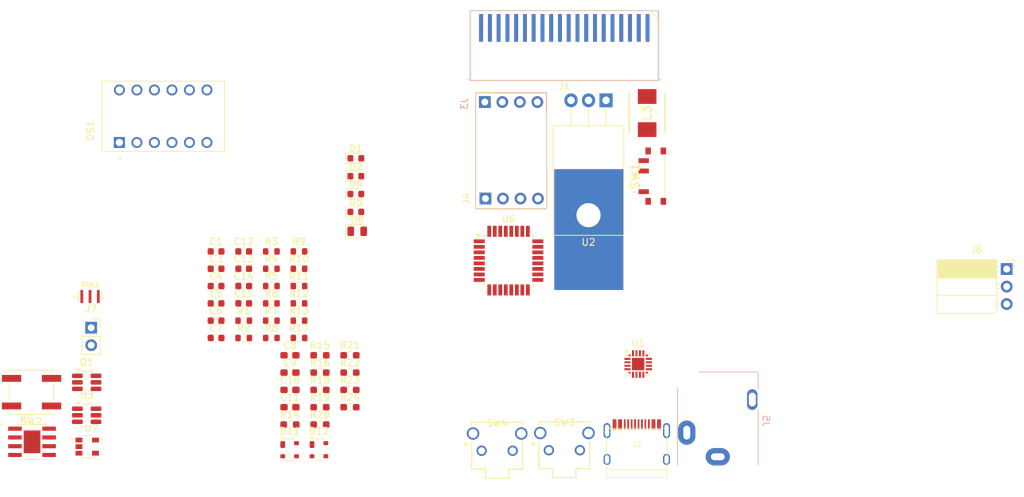
<source format=kicad_pcb>
(kicad_pcb (version 20240108) (generator "pcbnew") (generator_version "8.0")
  (layers (0 "F.Cu" signal) (31 "B.Cu" signal) (34 "B.Paste" user) (35 "F.Paste" user) (36 "B.SilkS" user "B.Silkscreen") (37 "F.SilkS" user "F.Silkscreen") (38 "B.Mask" user) (39 "F.Mask" user) (44 "Edge.Cuts" user))
  (net 0 "")
  (net 1 "GND")
  (net 2 "+3.3V")
  (net 3 "Net-(J6-Pin_3)")
  (net 4 "Net-(U3-VCC)")
  (net 5 "VCON  3.3v Jumper 2")
  (net 6 "Net-(J2-SHIELD)")
  (net 7 "Net-(D1-A)")
  (net 8 "+5V-Bat")
  (net 9 "Net-(U6-AREF)")
  (net 10 "+5V-Batt")
  (net 11 "Net-(U2-IN)")
  (net 12 "Net-(U2-OUT)")
  (net 13 "Net-(D1-K)")
  (net 14 "Net-(D2-K)")
  (net 15 "Net-(D4-A)")
  (net 16 "Net-(D4-K)")
  (net 17 "Net-(D5-A)")
  (net 18 "Net-(D5-K)")
  (net 19 "Net-(D6-K)")
  (net 20 "VBUS")
  (net 21 "USB-C-D+")
  (net 22 "USB-C-D-")
  (net 23 "Net-(U6-PD7)")
  (net 25 "Net-(J2-CC2)")
  (net 26 "Net-(J2-CC1)")
  (net 28 "Net-(J7-Pin_2)")
  (net 29 "VCON 5v Jumper 1")
  (net 30 "Header 3")
  (net 33 "VCON  3.3v Jumper 1")
  (net 34 "URAT-RX")
  (net 35 "+5V")
  (net 36 "Header 1")
  (net 38 "URAT-TX")
  (net 39 "Header 2")
  (net 43 "Net-(U7-LX)")
  (net 44 "Net-(U3-OD)")
  (net 46 "Net-(U3-OC)")
  (net 47 "Net-(U3-CS)")
  (net 48 "Net-(U5-PROG)")
  (net 49 "Net-(U5-~{CHRG})")
  (net 50 "Net-(U5-~{STDBY})")
  (net 51 "Net-(U1-TXD)")
  (net 52 "Net-(U1-RXD)")
  (net 53 "RST")
  (net 54 "+5V Bat")
  (net 55 "Net-(U6-PD0)")
  (net 56 "Net-(U6-PD1)")
  (net 57 "Net-(U6-PB5)")
  (net 58 "V-Sense")
  (net 59 "UI 2")
  (net 60 "UI 1")
  (net 61 "Net-(U1-~{RSTb})")
  (net 62 "Net-(SW1-A)")
  (net 65 "Net-(U6-PB6)")
  (net 66 "Net-(U6-PB7)")
  (net 67 "DATA-DIS")
  (net 68 "CE-DIS")
  (net 70 "CLK-DIS")
  (net 72 "BLANK-DIS")
  (net 73 "RS-DIS")
  (net 82 "I2C SCL")
  (net 84 "I2C SDA")
  (footprint "Package_TO_SOT_SMD:SOT-143" (layer "F.Cu") (at 173.4 126.925)
    (property "Reference" "D11" (at 0.02 -2.7 0) (layer "F.SilkS"))
    (property "Value" "SP0503BAHT")
    (pad "1" smd roundrect (at -1 -0.75) (size 0.7 1) (layers "F.Cu" "F.Paste" "F.Mask") (net 1 "GND"))
    (pad "2" smd roundrect (at -1 0.95) (size 0.7 0.6) (layers "F.Cu" "F.Paste" "F.Mask") (net 20 "VBUS"))
    (pad "3" smd roundrect (at 1 0.95) (size 0.7 0.6) (layers "F.Cu" "F.Paste" "F.Mask") (net 21 "USB-C-D+"))
    (pad "4" smd roundrect (at 1 -0.95) (size 0.7 0.6) (layers "F.Cu" "F.Paste" "F.Mask") (net 22 "USB-C-D-"))
  )
  (footprint "Package_QFP:TQFP-32_7x7mm_P0.8mm" (layer "F.Cu") (at 205.15 99.5)
    (property "Reference" "U6" (at 0 -6.05 0) (layer "F.SilkS"))
    (property "Value" "ATMEGA328P-AU")
    (pad "1" smd rect (at -4.25 -2.8) (size 1.6 0.55) (layers "F.Cu" "F.Paste" "F.Mask") (net 73 "RS-DIS"))
    (pad "2" smd rect (at -4.25 -2) (size 1.6 0.55) (layers "F.Cu" "F.Paste" "F.Mask") (net 70 "CLK-DIS"))
    (pad "3" smd rect (at -4.25 -1.2) (size 1.6 0.55) (layers "F.Cu" "F.Paste" "F.Mask") (net 1 "GND"))
    (pad "4" smd rect (at -4.25 -0.4) (size 1.6 0.55) (layers "F.Cu" "F.Paste" "F.Mask") (net 8 "+5V-Bat"))
    (pad "5" smd rect (at -4.25 0.4) (size 1.6 0.55) (layers "F.Cu" "F.Paste" "F.Mask") (net 1 "GND"))
    (pad "6" smd rect (at -4.25 1.2) (size 1.6 0.55) (layers "F.Cu" "F.Paste" "F.Mask") (net 8 "+5V-Bat"))
    (pad "7" smd rect (at -4.25 2) (size 1.6 0.55) (layers "F.Cu" "F.Paste" "F.Mask") (net 65 "Net-(U6-PB6)"))
    (pad "8" smd rect (at -4.25 2.8) (size 1.6 0.55) (layers "F.Cu" "F.Paste" "F.Mask") (net 66 "Net-(U6-PB7)"))
    (pad "9" smd rect (at -2.8 4.25 90) (size 1.6 0.55) (layers "F.Cu" "F.Paste" "F.Mask") (net 68 "CE-DIS"))
    (pad "10" smd rect (at -2 4.25 90) (size 1.6 0.55) (layers "F.Cu" "F.Paste" "F.Mask") (net 72 "BLANK-DIS"))
    (pad "11" smd rect (at -1.2 4.25 90) (size 1.6 0.55) (layers "F.Cu" "F.Paste" "F.Mask") (net 23 "Net-(U6-PD7)"))
    (pad "12" smd rect (at -0.4 4.25 90) (size 1.6 0.55) (layers "F.Cu" "F.Paste" "F.Mask") (net 30 "Header 3"))
    (pad "13" smd rect (at 0.4 4.25 90) (size 1.6 0.55) (layers "F.Cu" "F.Paste" "F.Mask") (net 39 "Header 2"))
    (pad "14" smd rect (at 1.2 4.25 90) (size 1.6 0.55) (layers "F.Cu" "F.Paste" "F.Mask") (net 36 "Header 1"))
    (pad "15" smd rect (at 2 4.25 90) (size 1.6 0.55) (layers "F.Cu" "F.Paste" "F.Mask") (net 59 "UI 2"))
    (pad "16" smd rect (at 2.8 4.25 90) (size 1.6 0.55) (layers "F.Cu" "F.Paste" "F.Mask") (net 60 "UI 1"))
    (pad "17" smd rect (at 4.25 2.8) (size 1.6 0.55) (layers "F.Cu" "F.Paste" "F.Mask") (net 57 "Net-(U6-PB5)"))
    (pad "18" smd rect (at 4.25 2) (size 1.6 0.55) (layers "F.Cu" "F.Paste" "F.Mask") (net 8 "+5V-Bat"))
    (pad "19" smd rect (at 4.25 1.2) (size 1.6 0.55) (layers "F.Cu" "F.Paste" "F.Mask"))
    (pad "20" smd rect (at 4.25 0.4) (size 1.6 0.55) (layers "F.Cu" "F.Paste" "F.Mask") (net 9 "Net-(U6-AREF)"))
    (pad "21" smd rect (at 4.25 -0.4) (size 1.6 0.55) (layers "F.Cu" "F.Paste" "F.Mask") (net 1 "GND"))
    (pad "22" smd rect (at 4.25 -1.2) (size 1.6 0.55) (layers "F.Cu" "F.Paste" "F.Mask"))
    (pad "23" smd rect (at 4.25 -2) (size 1.6 0.55) (layers "F.Cu" "F.Paste" "F.Mask") (net 58 "V-Sense"))
    (pad "24" smd rect (at 4.25 -2.8) (size 1.6 0.55) (layers "F.Cu" "F.Paste" "F.Mask"))
    (pad "25" smd rect (at 2.8 -4.25 90) (size 1.6 0.55) (layers "F.Cu" "F.Paste" "F.Mask"))
    (pad "26" smd rect (at 2 -4.25 90) (size 1.6 0.55) (layers "F.Cu" "F.Paste" "F.Mask"))
    (pad "27" smd rect (at 1.2 -4.25 90) (size 1.6 0.55) (layers "F.Cu" "F.Paste" "F.Mask") (net 84 "I2C SDA"))
    (pad "28" smd rect (at 0.4 -4.25 90) (size 1.6 0.55) (layers "F.Cu" "F.Paste" "F.Mask") (net 82 "I2C SCL"))
    (pad "29" smd rect (at -0.4 -4.25 90) (size 1.6 0.55) (layers "F.Cu" "F.Paste" "F.Mask") (net 53 "RST"))
    (pad "30" smd rect (at -1.2 -4.25 90) (size 1.6 0.55) (layers "F.Cu" "F.Paste" "F.Mask") (net 55 "Net-(U6-PD0)"))
    (pad "31" smd rect (at -2 -4.25 90) (size 1.6 0.55) (layers "F.Cu" "F.Paste" "F.Mask") (net 56 "Net-(U6-PD1)"))
    (pad "32" smd rect (at -2.8 -4.25 90) (size 1.6 0.55) (layers "F.Cu" "F.Paste" "F.Mask") (net 67 "DATA-DIS"))
  )
  (footprint "LED_SMD:LED_0805_2012Metric" (layer "F.Cu") (at 183.2 95.245)
    (property "Reference" "D6" (at 0 -1.65 0) (layer "F.SilkS"))
    (property "Value" "Yellow LED")
    (pad "1" smd roundrect (at -0.9375 0) (size 0.975 1.4) (layers "F.Cu" "F.Paste" "F.Mask") (net 19 "Net-(D6-K)"))
    (pad "2" smd roundrect (at 0.9375 0) (size 0.975 1.4) (layers "F.Cu" "F.Paste" "F.Mask") (net 1 "GND"))
  )
  (footprint "Resistor_SMD:R_0603_1608Metric_Pad0.98x0.95mm_HandSolder" (layer "F.Cu") (at 173.45 123.27)
    (property "Reference" "R14" (at 0 -1.43 0) (layer "F.SilkS"))
    (property "Value" "10k")
    (pad "1" smd roundrect (at -0.9125 0) (size 0.975 0.95) (layers "F.Cu" "F.Paste" "F.Mask") (net 54 "+5V Bat"))
    (pad "2" smd roundrect (at 0.9125 0) (size 0.975 0.95) (layers "F.Cu" "F.Paste" "F.Mask") (net 53 "RST"))
  )
  (footprint "Capacitor_SMD:C_0603_1608Metric" (layer "F.Cu") (at 162.73 100.68)
    (property "Reference" "C3" (at 0 -1.43 0) (layer "F.SilkS"))
    (property "Value" "100nf")
    (pad "1" smd roundrect (at -0.775 0) (size 0.9 0.95) (layers "F.Cu" "F.Paste" "F.Mask") (net 3 "Net-(J6-Pin_3)"))
    (pad "2" smd roundrect (at 0.775 0) (size 0.9 0.95) (layers "F.Cu" "F.Paste" "F.Mask") (net 4 "Net-(U3-VCC)"))
  )
  (footprint "Resistor_SMD:R_0603_1608Metric_Pad0.98x0.95mm_HandSolder" (layer "F.Cu") (at 177.8 120.76)
    (property "Reference" "R19" (at 0 -1.43 0) (layer "F.SilkS"))
    (property "Value" "30k")
    (pad "1" smd roundrect (at -0.9125 0) (size 0.975 0.95) (layers "F.Cu" "F.Paste" "F.Mask") (net 5 "VCON  3.3v Jumper 2"))
    (pad "2" smd roundrect (at 0.9125 0) (size 0.975 0.95) (layers "F.Cu" "F.Paste" "F.Mask") (net 58 "V-Sense"))
  )
  (footprint "Resistor_SMD:R_0603_1608Metric" (layer "F.Cu") (at 170.75 100.68)
    (property "Reference" "R4" (at 0 -1.43 0) (layer "F.SilkS"))
    (property "Value" "1MΩ")
    (pad "1" smd roundrect (at -0.825 0) (size 0.8 0.95) (layers "F.Cu" "F.Paste" "F.Mask") (net 6 "Net-(J2-SHIELD)"))
    (pad "2" smd roundrect (at 0.825 0) (size 0.8 0.95) (layers "F.Cu" "F.Paste" "F.Mask") (net 1 "GND"))
  )
  (footprint "Package_TO_SOT_SMD:SOT-143" (layer "F.Cu") (at 177.65 126.925)
    (property "Reference" "D12" (at 0.02 -2.7 0) (layer "F.SilkS"))
    (property "Value" "SP0503BAHT")
    (pad "1" smd roundrect (at -1 -0.75) (size 0.7 1) (layers "F.Cu" "F.Paste" "F.Mask") (net 20 "VBUS"))
    (pad "2" smd roundrect (at -1 0.95) (size 0.7 0.6) (layers "F.Cu" "F.Paste" "F.Mask") (net 23 "Net-(U6-PD7)"))
    (pad "3" smd roundrect (at 1 0.95) (size 0.7 0.6) (layers "F.Cu" "F.Paste" "F.Mask") (net 23 "Net-(U6-PD7)"))
    (pad "4" smd roundrect (at 1 -0.95) (size 0.7 0.6) (layers "F.Cu" "F.Paste" "F.Mask") (net 23 "Net-(U6-PD7)"))
  )
  (footprint "Resistor_SMD:R_0603_1608Metric" (layer "F.Cu") (at 170.75 110.72)
    (property "Reference" "R8" (at 0 -1.43 0) (layer "F.SilkS"))
    (property "Value" "5.1k")
    (pad "1" smd roundrect (at -0.825 0) (size 0.8 0.95) (layers "F.Cu" "F.Paste" "F.Mask") (net 25 "Net-(J2-CC2)"))
    (pad "2" smd roundrect (at 0.825 0) (size 0.8 0.95) (layers "F.Cu" "F.Paste" "F.Mask") (net 1 "GND"))
  )
  (footprint "Resistor_SMD:R_0603_1608Metric" (layer "F.Cu") (at 170.75 108.21)
    (property "Reference" "R7" (at 0 -1.43 0) (layer "F.SilkS"))
    (property "Value" "5.1k")
    (pad "1" smd roundrect (at -0.825 0) (size 0.8 0.95) (layers "F.Cu" "F.Paste" "F.Mask") (net 26 "Net-(J2-CC1)"))
    (pad "2" smd roundrect (at 0.825 0) (size 0.8 0.95) (layers "F.Cu" "F.Paste" "F.Mask") (net 1 "GND"))
  )
  (footprint "Custom Footprints:Vertical Push Button 6_6" (layer "F.Cu") (at 201.25 127.0757)
    (property "Reference" "SW4" (at 2.250001 -4 0) (layer "F.SilkS"))
    (property "Value" "UI Button 1")
    (fp_text user "*" (at -2.250001 -0.635 0) (layer "F.SilkS"))
    (fp_text user "*" (at -2.250001 -0.635 0) (layer "F.SilkS"))
    (pad "1" thru_hole circle (at 0 0) (size 1.4986 1.4986) (drill 0.9906) (layers "*.Cu" "*.Mask") (net 54 "+5V Bat"))
    (pad "2" thru_hole circle (at 4.500001 0) (size 1.4986 1.4986) (drill 0.9906) (layers "*.Cu" "*.Mask") (net 60 "UI 1"))
    (pad "3" thru_hole circle (at -1.249999 -2.499876) (size 1.8034 1.8034) (drill 1.2954) (layers "*.Cu" "*.Mask"))
    (pad "4" thru_hole circle (at 5.75 -2.499876) (size 1.8034 1.8034) (drill 1.2954) (layers "*.Cu" "*.Mask"))
  )
  (footprint "Capacitor_SMD:C_0603_1608Metric" (layer "F.Cu") (at 166.74 98.17)
    (property "Reference" "C12" (at 0 -1.43 0) (layer "F.SilkS"))
    (property "Value" "10uf")
    (pad "1" smd roundrect (at -0.775 0) (size 0.9 0.95) (layers "F.Cu" "F.Paste" "F.Mask") (net 10 "+5V-Batt"))
    (pad "2" smd roundrect (at 0.775 0) (size 0.9 0.95) (layers "F.Cu" "F.Paste" "F.Mask") (net 1 "GND"))
  )
  (footprint "Custom Footprints:CSTNE16M0V530000R0" (layer "F.Cu") (at 144.455 104.71)
    (property "Reference" "XTAL1" (at 0.032 -1.7064 0) (layer "F.SilkS") (effects (font (size 0.64 0.64))))
    (property "Value" "CSTNE16M0V530000R0")
    (pad "1" smd rect (at -1.2 0) (size 0.4 1.9) (layers "F.Cu" "F.Paste" "F.Mask") (net 65 "Net-(U6-PB6)"))
    (pad "2" smd rect (at 0 0) (size 0.4 1.9) (layers "F.Cu" "F.Paste" "F.Mask") (net 1 "GND"))
    (pad "3" smd rect (at 1.2 0) (size 0.4 1.9) (layers "F.Cu" "F.Paste" "F.Mask") (net 66 "Net-(U6-PB7)"))
  )
  (footprint "Capacitor_SMD:C_0603_1608Metric" (layer "F.Cu") (at 166.74 100.68)
    (property "Reference" "C13" (at 0 -1.43 0) (layer "F.SilkS"))
    (property "Value" "0.1uf")
    (pad "1" smd roundrect (at -0.775 0) (size 0.9 0.95) (layers "F.Cu" "F.Paste" "F.Mask") (net 2 "+3.3V"))
    (pad "2" smd roundrect (at 0.775 0) (size 0.9 0.95) (layers "F.Cu" "F.Paste" "F.Mask") (net 1 "GND"))
  )
  (footprint "Custom Footprints:PCM12SMTR" (layer "F.Cu") (at 226.5 87.25 90)
    (property "Reference" "SW1" (at 0 -3 90) (layer "F.SilkS") (effects (font (size 1.27 1.27) (thickness 0.254))))
    (property "Value" "~" (hide yes))
    (pad "" np_thru_hole circle (at -1.5 0 90) (size 0.9 0.9) (drill 0.9) (layers "*.Cu" "*.Mask"))
    (pad "" np_thru_hole circle (at 1.5 0 90) (size 0.9 0.9) (drill 0.9) (layers "*.Cu" "*.Mask"))
    (pad "1" smd rect (at -2.25 -1.75 90) (size 0.7 1.5) (layers "F.Cu" "F.Paste" "F.Mask") (net 62 "Net-(SW1-A)"))
    (pad "2" smd rect (at 0.75 -1.75 90) (size 0.7 1.5) (layers "F.Cu" "F.Paste" "F.Mask") (net 5 "VCON  3.3v Jumper 2"))
    (pad "3" smd rect (at 2.25 -1.75 90) (size 0.7 1.5) (layers "F.Cu" "F.Paste" "F.Mask"))
    (pad "MP1" smd rect (at -3.65 -1.1 180) (size 0.8 1) (layers "F.Cu" "F.Paste" "F.Mask"))
    (pad "MP2" smd rect (at -3.65 1.1 180) (size 0.8 1) (layers "F.Cu" "F.Paste" "F.Mask"))
    (pad "MP3" smd rect (at 3.65 1.1 180) (size 0.8 1) (layers "F.Cu" "F.Paste" "F.Mask"))
    (pad "MP4" smd rect (at 3.65 -1.1 180) (size 0.8 1) (layers "F.Cu" "F.Paste" "F.Mask"))
  )
  (footprint "Custom Footprints:Vertical Push Button 6_6" (layer "F.Cu") (at 210.999999 127)
    (property "Reference" "SW3" (at 2.250001 -4 0) (layer "F.SilkS"))
    (property "Value" "UI Button 2")
    (fp_text user "*" (at -2.250001 -0.635 0) (layer "F.SilkS"))
    (fp_text user "*" (at -2.250001 -0.635 0) (layer "F.SilkS"))
    (pad "1" thru_hole circle (at 0 0) (size 1.4986 1.4986) (drill 0.9906) (layers "*.Cu" "*.Mask") (net 54 "+5V Bat"))
    (pad "2" thru_hole circle (at 4.500001 0) (size 1.4986 1.4986) (drill 0.9906) (layers "*.Cu" "*.Mask") (net 59 "UI 2"))
    (pad "3" thru_hole circle (at -1.249999 -2.499876) (size 1.8034 1.8034) (drill 1.2954) (layers "*.Cu" "*.Mask"))
    (pad "4" thru_hole circle (at 5.75 -2.499876) (size 1.8034 1.8034) (drill 1.2954) (layers "*.Cu" "*.Mask"))
  )
  (footprint "Resistor_SMD:R_0603_1608Metric" (layer "F.Cu") (at 170.75 105.7)
    (property "Reference" "R6" (at 0 -1.43 0) (layer "F.SilkS"))
    (property "Value" "1k")
    (pad "1" smd roundrect (at -0.825 0) (size 0.8 0.95) (layers "F.Cu" "F.Paste" "F.Mask") (net 49 "Net-(U5-~{CHRG})"))
    (pad "2" smd roundrect (at 0.825 0) (size 0.8 0.95) (layers "F.Cu" "F.Paste" "F.Mask") (net 13 "Net-(D1-K)"))
  )
  (footprint "Resistor_SMD:R_0603_1608Metric" (layer "F.Cu") (at 170.75 98.17)
    (property "Reference" "R3" (at 0 -1.43 0) (layer "F.SilkS"))
    (property "Value" "1.2K")
    (pad "1" smd roundrect (at -0.825 0) (size 0.8 0.95) (layers "F.Cu" "F.Paste" "F.Mask") (net 48 "Net-(U5-PROG)"))
    (pad "2" smd roundrect (at 0.825 0) (size 0.8 0.95) (layers "F.Cu" "F.Paste" "F.Mask") (net 1 "GND"))
  )
  (footprint "Resistor_SMD:R_0603_1608Metric_Pad0.98x0.95mm_HandSolder" (layer "F.Cu") (at 177.8 123.27)
    (property "Reference" "R20" (at 0 -1.43 0) (layer "F.SilkS"))
    (property "Value" "7.5k")
    (pad "1" smd roundrect (at -0.9125 0) (size 0.975 0.95) (layers "F.Cu" "F.Paste" "F.Mask") (net 58 "V-Sense"))
    (pad "2" smd roundrect (at 0.9125 0) (size 0.975 0.95) (layers "F.Cu" "F.Paste" "F.Mask") (net 1 "GND"))
  )
  (footprint "Capacitor_SMD:C_0603_1608Metric_Pad1.08x0.95mm_HandSolder" (layer "F.Cu") (at 173.45 115.74)
    (property "Reference" "C9" (at 0 -1.43 0) (layer "F.SilkS"))
    (property "Value" "1uf")
    (pad "1" smd roundrect (at -0.8625 0) (size 1.075 0.95) (layers "F.Cu" "F.Paste" "F.Mask") (net 8 "+5V-Bat"))
    (pad "2" smd roundrect (at 0.8625 0) (size 1.075 0.95) (layers "F.Cu" "F.Paste" "F.Mask") (net 1 "GND"))
  )
  (footprint "Resistor_SMD:R_0603_1608Metric" (layer "F.Cu") (at 166.74 108.21)
    (property "Reference" "R1" (at 0 -1.43 0) (layer "F.SilkS"))
    (property "Value" "1k")
    (pad "1" smd roundrect (at -0.825 0) (size 0.8 0.95) (layers "F.Cu" "F.Paste" "F.Mask") (net 47 "Net-(U3-CS)"))
    (pad "2" smd roundrect (at 0.825 0) (size 0.8 0.95) (layers "F.Cu" "F.Paste" "F.Mask") (net 1 "GND"))
  )
  (footprint "Capacitor_SMD:C_0603_1608Metric" (layer "F.Cu") (at 162.73 98.17)
    (property "Reference" "C1" (at 0 -1.43 0) (layer "F.SilkS"))
    (property "Value" "4.7uf")
    (pad "1" smd roundrect (at -0.775 0) (size 0.9 0.95) (layers "F.Cu" "F.Paste" "F.Mask") (net 2 "+3.3V"))
    (pad "2" smd roundrect (at 0.775 0) (size 0.9 0.95) (layers "F.Cu" "F.Paste" "F.Mask") (net 1 "GND"))
  )
  (footprint "Resistor_SMD:R_0603_1608Metric_Pad0.98x0.95mm_HandSolder" (layer "F.Cu") (at 182.15 118.25)
    (property "Reference" "R23" (at 0 -1.43 0) (layer "F.SilkS"))
    (property "Value" "10k")
    (pad "1" smd roundrect (at -0.9125 0) (size 0.975 0.95) (layers "F.Cu" "F.Paste" "F.Mask") (net 23 "Net-(U6-PD7)"))
    (pad "2" smd roundrect (at 0.9125 0) (size 0.975 0.95) (layers "F.Cu" "F.Paste" "F.Mask") (net 1 "GND"))
  )
  (footprint "LED_SMD:LED_0603_1608Metric" (layer "F.Cu") (at 183 92.43)
    (property "Reference" "D5" (at 0 -1.43 0) (layer "F.SilkS"))
    (property "Value" "LED")
    (pad "1" smd roundrect (at -0.7875 0) (size 0.875 0.95) (layers "F.Cu" "F.Paste" "F.Mask") (net 18 "Net-(D5-K)"))
    (pad "2" smd roundrect (at 0.7875 0) (size 0.875 0.95) (layers "F.Cu" "F.Paste" "F.Mask") (net 17 "Net-(D5-A)"))
  )
  (footprint "Custom Footprints:TP4056" (layer "F.Cu") (at 136.04 125.78)
    (property "Reference" "U5" (at -0.795 -3.362 0) (layer "F.SilkS"))
    (property "Value" "TP4056")
    (pad "1" smd roundrect (at -2.475 -1.905) (size 1.97 0.6) (layers "F.Cu" "F.Paste" "F.Mask") (roundrect_rratio 0.07) (net 1 "GND"))
    (pad "2" smd roundrect (at -2.475 -0.635) (size 1.97 0.6) (layers "F.Cu" "F.Paste" "F.Mask") (roundrect_rratio 0.07) (net 48 "Net-(U5-PROG)"))
    (pad "3" smd roundrect (at -2.475 0.635) (size 1.97 0.6) (layers "F.Cu" "F.Paste" "F.Mask") (roundrect_rratio 0.07) (net 1 "GND"))
    (pad "4" smd roundrect (at -2.475 1.905) (size 1.97 0.6) (layers "F.Cu" "F.Paste" "F.Mask") (roundrect_rratio 0.07) (net 7 "Net-(D1-A)"))
    (pad "5" smd roundrect (at 2.475 1.905) (size 1.97 0.6) (layers "F.Cu" "F.Paste" "F.Mask") (roundrect_rratio 0.07) (net 5 "VCON  3.3v Jumper 2"))
    (pad "6" smd roundrect (at 2.475 0.635) (size 1.97 0.6) (layers "F.Cu" "F.Paste" "F.Mask") (roundrect_rratio 0.07) (net 50 "Net-(U5-~{STDBY})"))
    (pad "7" smd roundrect (at 2.475 -0.635) (size 1.97 0.6) (layers "F.Cu" "F.Paste" "F.Mask") (roundrect_rratio 0.07) (net 49 "Net-(U5-~{CHRG})"))
    (pad "8" smd roundrect (at 2.475 -1.905) (size 1.97 0.6) (layers "F.Cu" "F.Paste" "F.Mask") (roundrect_rratio 0.07) (net 7 "Net-(D1-A)"))
    (pad "9" smd rect (at 0 0) (size 2.413 3.302) (layers "F.Cu" "F.Mask") (net 1 "GND"))
  )
  (footprint "Capacitor_SMD:C_0603_1608Metric_Pad1.08x0.95mm_HandSolder" (layer "F.Cu") (at 173.45 120.76)
    (property "Reference" "C11" (at 0 -1.43 0) (layer "F.SilkS"))
    (property "Value" "1uf")
    (pad "1" smd roundrect (at -0.8625 0) (size 1.075 0.95) (layers "F.Cu" "F.Paste" "F.Mask") (net 1 "GND"))
    (pad "2" smd roundrect (at 0.8625 0) (size 1.075 0.95) (layers "F.Cu" "F.Paste" "F.Mask") (net 9 "Net-(U6-AREF)"))
  )
  (footprint "Connector_PinSocket_2.54mm:PinSocket_1x04_P2.54mm_Vertical" (layer "F.Cu") (at 201.42 90.5 90)
    (property "Reference" "J4" (at 0 -2.39 90) (layer "F.SilkS"))
    (property "Value" "5v S8V9F5")
    (pad "1" thru_hole rect (at 0 0.38 90) (size 1.7 1.7) (drill 1) (layers "*.Cu" "*.Mask") (net 33 "VCON  3.3v Jumper 1"))
    (pad "2" thru_hole oval (at 0 2.92 90) (size 1.7 1.7) (drill 1) (layers "*.Cu" "*.Mask") (net 5 "VCON  3.3v Jumper 2"))
    (pad "3" thru_hole oval (at 0 5.46 90) (size 1.7 1.7) (drill 1) (layers "*.Cu" "*.Mask") (net 1 "GND"))
    (pad "4" thru_hole oval (at 0 8 90) (size 1.7 1.7) (drill 1) (layers "*.Cu" "*.Mask") (net 35 "+5V"))
  )
  (footprint "Resistor_SMD:R_0603_1608Metric_Pad0.98x0.95mm_HandSolder" (layer "F.Cu") (at 182.15 115.74)
    (property "Reference" "R22" (at 0 -1.43 0) (layer "F.SilkS"))
    (property "Value" "10k")
    (pad "1" smd roundrect (at -0.9125 0) (size 0.975 0.95) (layers "F.Cu" "F.Paste" "F.Mask") (net 1 "GND"))
    (pad "2" smd roundrect (at 0.9125 0) (size 0.975 0.95) (layers "F.Cu" "F.Paste" "F.Mask") (net 60 "UI 1"))
  )
  (footprint "LED_SMD:LED_0603_1608Metric" (layer "F.Cu") (at 183 89.84)
    (property "Reference" "D4" (at 0 -1.43 0) (layer "F.SilkS"))
    (property "Value" "LED")
    (pad "1" smd roundrect (at -0.7875 0) (size 0.875 0.95) (layers "F.Cu" "F.Paste" "F.Mask") (net 16 "Net-(D4-K)"))
    (pad "2" smd roundrect (at 0.7875 0) (size 0.875 0.95) (layers "F.Cu" "F.Paste" "F.Mask") (net 15 "Net-(D4-A)"))
  )
  (footprint "Resistor_SMD:R_0603_1608Metric" (layer "F.Cu") (at 174.76 110.72)
    (property "Reference" "R17" (at 0 -1.43 0) (layer "F.SilkS"))
    (property "Value" "?Ω")
    (pad "1" smd roundrect (at -0.825 0) (size 0.8 0.95) (layers "F.Cu" "F.Paste" "F.Mask") (net 28 "Net-(J7-Pin_2)"))
    (pad "2" smd roundrect (at 0.825 0) (size 0.8 0.95) (layers "F.Cu" "F.Paste" "F.Mask") (net 30 "Header 3"))
  )
  (footprint "LED_SMD:LED_0603_1608Metric" (layer "F.Cu") (at 183 84.66)
    (property "Reference" "D1" (at 0 -1.43 0) (layer "F.SilkS"))
    (property "Value" "LED Red")
    (pad "1" smd roundrect (at -0.7875 0) (size 0.875 0.95) (layers "F.Cu" "F.Paste" "F.Mask") (net 13 "Net-(D1-K)"))
    (pad "2" smd roundrect (at 0.7875 0) (size 0.875 0.95) (layers "F.Cu" "F.Paste" "F.Mask") (net 7 "Net-(D1-A)"))
  )
  (footprint "Custom Footprints:INDPM5752X300N" (layer "F.Cu") (at 225.25 78.1 90)
    (property "Reference" "L3" (at 0 0 90) (layer "F.SilkS") (effects (font (size 1.27 1.27) (thickness 0.254))))
    (property "Value" "4.7uf" (hide yes))
    (pad "1" smd rect (at -2.4 0 90) (size 2.15 2.7) (layers "F.Cu" "F.Paste" "F.Mask") (net 43 "Net-(U7-LX)"))
    (pad "2" smd rect (at 2.4 0 90) (size 2.15 2.7) (layers "F.Cu" "F.Paste" "F.Mask") (net 5 "VCON  3.3v Jumper 2"))
  )
  (footprint "Capacitor_SMD:C_0603_1608Metric" (layer "F.Cu") (at 162.73 105.7)
    (property "Reference" "C5" (at 0 -1.43 0) (layer "F.SilkS"))
    (property "Value" "10uf")
    (pad "1" smd roundrect (at -0.775 0) (size 0.9 0.95) (layers "F.Cu" "F.Paste" "F.Mask") (net 1 "GND"))
    (pad "2" smd roundrect (at 0.775 0) (size 0.9 0.95) (layers "F.Cu" "F.Paste" "F.Mask") (net 5 "VCON  3.3v Jumper 2"))
  )
  (footprint "Package_DFN_QFN:SiliconLabs_QFN-20-1EP_3x3mm_P0.5mm_EP1.8x1.8mm" (layer "F.Cu") (at 223.95 114.5)
    (property "Reference" "U1" (at 0 -3 0) (layer "F.SilkS"))
    (property "Value" "CP2102N-Axx-xQFN20")
    (pad "1" smd rect (at -1.25 -1.25) (size 0.3 0.3) (layers "F.Cu" "F.Paste" "F.Mask"))
    (pad "2" smd rect (at -1.55 -0.75) (size 0.9 0.3) (layers "F.Cu" "F.Paste" "F.Mask"))
    (pad "3" smd rect (at -1.55 -0.25) (size 0.9 0.3) (layers "F.Cu" "F.Paste" "F.Mask") (net 1 "GND"))
    (pad "4" smd rect (at -1.55 0.25) (size 0.9 0.3) (layers "F.Cu" "F.Paste" "F.Mask") (net 21 "USB-C-D+"))
    (pad "5" smd rect (at -1.55 0.75) (size 0.9 0.3) (layers "F.Cu" "F.Paste" "F.Mask") (net 22 "USB-C-D-"))
    (pad "6" smd rect (at -1.25 1.25) (size 0.3 0.3) (layers "F.Cu" "F.Paste" "F.Mask") (net 2 "+3.3V"))
    (pad "7" smd rect (at -0.75 1.55 90) (size 0.9 0.3) (layers "F.Cu" "F.Paste" "F.Mask") (net 2 "+3.3V"))
    (pad "8" smd rect (at -0.25 1.55 90) (size 0.9 0.3) (layers "F.Cu" "F.Paste" "F.Mask") (net 20 "VBUS"))
    (pad "9" smd rect (at 0.25 1.55 90) (size 0.9 0.3) (layers "F.Cu" "F.Paste" "F.Mask") (net 61 "Net-(U1-~{RSTb})"))
    (pad "10" smd rect (at 0.75 1.55 90) (size 0.9 0.3) (layers "F.Cu" "F.Paste" "F.Mask"))
    (pad "11" smd rect (at 1.25 1.25) (size 0.3 0.3) (layers "F.Cu" "F.Paste" "F.Mask"))
    (pad "12" smd rect (at 1.55 0.75) (size 0.9 0.3) (layers "F.Cu" "F.Paste" "F.Mask") (net 1 "GND"))
    (pad "13" smd rect (at 1.55 0.25) (size 0.9 0.3) (layers "F.Cu" "F.Paste" "F.Mask"))
    (pad "14" smd rect (at 1.55 -0.25) (size 0.9 0.3) (layers "F.Cu" "F.Paste" "F.Mask"))
    (pad "15" smd rect (at 1.55 -0.75) (size 0.9 0.3) (layers "F.Cu" "F.Paste" "F.Mask"))
    (pad "16" smd rect (at 1.25 -1.25) (size 0.3 0.3) (layers "F.Cu" "F.Paste" "F.Mask"))
    (pad "17" smd rect (at 0.75 -1.55 90) (size 0.9 0.3) (layers "F.Cu" "F.Paste" "F.Mask") (net 52 "Net-(U1-RXD)"))
    (pad "18" smd rect (at 0.25 -1.55 90) (size 0.9 0.3) (layers "F.Cu" "F.Paste" "F.Mask") (net 51 "Net-(U1-TXD)"))
    (pad "19" smd rect (at -0.25 -1.55 90) (size 0.9 0.3) (layers "F.Cu" "F.Paste" "F.Mask") (net 18 "Net-(D5-K)"))
    (pad "20" smd rect (at -0.75 -1.55 90) (size 0.9 0.3) (layers "F.Cu" "F.Paste" "F.Mask") (net 16 "Net-(D4-K)"))
    (pad "21" smd rect (at 0 0) (size 1.8 1.8) (layers "F.Cu" "F.Mask") (net 1 "GND"))
  )
  (footprint "Resistor_SMD:R_0603_1608Metric" (layer "F.Cu") (at 174.76 103.19)
    (property "Reference" "R11" (at 0 -1.43 0) (layer "F.SilkS"))
    (property "Value" "75Ω")
    (pad "1" smd roundrect (at -0.825 0) (size 0.8 0.95) (layers "F.Cu" "F.Paste" "F.Mask") (net 2 "+3.3V"))
    (pad "2" smd roundrect (at 0.825 0) (size 0.8 0.95) (layers "F.Cu" "F.Paste" "F.Mask") (net 17 "Net-(D5-A)"))
  )
  (footprint "Capacitor_SMD:C_0603_1608Metric_Pad1.08x0.95mm_HandSolder" (layer "F.Cu") (at 173.45 113.23)
    (property "Reference" "C8" (at 0 -1.43 0) (layer "F.SilkS"))
    (property "Value" "4.7uf")
    (pad "1" smd roundrect (at -0.8625 0) (size 1.075 0.95) (layers "F.Cu" "F.Paste" "F.Mask") (net 8 "+5V-Bat"))
    (pad "2" smd roundrect (at 0.8625 0) (size 1.075 0.95) (layers "F.Cu" "F.Paste" "F.Mask") (net 1 "GND"))
  )
  (footprint "Capacitor_SMD:C_0603_1608Metric" (layer "F.Cu") (at 162.73 108.21)
    (property "Reference" "C6" (at 0 -1.43 0) (layer "F.SilkS"))
    (property "Value" "4.7nf")
    (pad "1" smd roundrect (at -0.775 0) (size 0.9 0.95) (layers "F.Cu" "F.Paste" "F.Mask") (net 6 "Net-(J2-SHIELD)"))
    (pad "2" smd roundrect (at 0.775 0) (size 0.9 0.95) (layers "F.Cu" "F.Paste" "F.Mask") (net 1 "GND"))
  )
  (footprint "Resistor_SMD:R_0603_1608Metric_Pad0.98x0.95mm_HandSolder" (layer "F.Cu") (at 177.8 113.23)
    (property "Reference" "R15" (at 0 -1.43 0) (layer "F.SilkS"))
    (property "Value" "1k")
    (pad "1" smd roundrect (at -0.9125 0) (size 0.975 0.95) (layers "F.Cu" "F.Paste" "F.Mask") (net 34 "URAT-RX"))
    (pad "2" smd roundrect (at 0.9125 0) (size 0.975 0.95) (layers "F.Cu" "F.Paste" "F.Mask") (net 55 "Net-(U6-PD0)"))
  )
  (footprint "Capacitor_SMD:C_0603_1608Metric" (layer "F.Cu") (at 162.73 103.19)
    (property "Reference" "C4" (at 0 -1.43 0) (layer "F.SilkS"))
    (property "Value" "10uf")
    (pad "1" smd roundrect (at -0.775 0) (size 0.9 0.95) (layers "F.Cu" "F.Paste" "F.Mask") (net 5 "VCON  3.3v Jumper 2"))
    (pad "2" smd roundrect (at 0.775 0) (size 0.9 0.95) (layers "F.Cu" "F.Paste" "F.Mask") (net 1 "GND"))
  )
  (footprint "Resistor_SMD:R_0603_1608Metric" (layer "F.Cu") (at 174.76 100.68)
    (property "Reference" "R10" (at 0 -1.43 0) (layer "F.SilkS"))
    (property "Value" "75Ω")
    (pad "1" smd roundrect (at -0.825 0) (size 0.8 0.95) (layers "F.Cu" "F.Paste" "F.Mask") (net 2 "+3.3V"))
    (pad "2" smd roundrect (at 0.825 0) (size 0.8 0.95) (layers "F.Cu" "F.Paste" "F.Mask") (net 15 "Net-(D4-A)"))
  )
  (footprint "Connector_PinSocket_2.54mm:PinSocket_1x02_P2.54mm_Vertical" (layer "F.Cu") (at 144.62 109.23)
    (property "Reference" "J7" (at 0 -2.77 0) (layer "F.SilkS"))
    (property "Value" "LED NOOD")
    (pad "1" thru_hole rect (at 0 0) (size 1.7 1.7) (drill 1) (layers "*.Cu" "*.Mask") (net 1 "GND"))
    (pad "2" thru_hole oval (at 0 2.54) (size 1.7 1.7) (drill 1) (layers "*.Cu" "*.Mask") (net 28 "Net-(J7-Pin_2)"))
  )
  (footprint "Resistor_SMD:R_0603_1608Metric_Pad0.98x0.95mm_HandSolder" (layer "F.Cu") (at 182.15 113.23)
    (property "Reference" "R21" (at 0 -1.43 0) (layer "F.SilkS"))
    (property "Value" "10k")
    (pad "1" smd roundrect (at -0.9125 0) (size 0.975 0.95) (layers "F.Cu" "F.Paste" "F.Mask") (net 1 "GND"))
    (pad "2" smd roundrect (at 0.9125 0) (size 0.975 0.95) (layers "F.Cu" "F.Paste" "F.Mask") (net 59 "UI 2"))
  )
  (footprint "Resistor_SMD:R_0603_1608Metric_Pad0.98x0.95mm_HandSolder" (layer "F.Cu") (at 177.8 115.74)
    (property "Reference" "R16" (at 0 -1.43 0) (layer "F.SilkS"))
    (property "Value" "1k")
    (pad "1" smd roundrect (at -0.9125 0) (size 0.975 0.95) (layers "F.Cu" "F.Paste" "F.Mask") (net 38 "URAT-TX"))
    (pad "2" smd roundrect (at 0.9125 0) (size 0.975 0.95) (layers "F.Cu" "F.Paste" "F.Mask") (net 56 "Net-(U6-PD1)"))
  )
  (footprint "Capacitor_SMD:C_0603_1608Metric" (layer "F.Cu") (at 166.74 105.7)
    (property "Reference" "C15" (at 0 -1.43 0) (layer "F.SilkS"))
    (property "Value" "0.1uf")
    (pad "1" smd roundrect (at -0.775 0) (size 0.9 0.95) (layers "F.Cu" "F.Paste" "F.Mask") (net 12 "Net-(U2-OUT)"))
    (pad "2" smd roundrect (at 0.775 0) (size 0.9 0.95) (layers "F.Cu" "F.Paste" "F.Mask") (net 1 "GND"))
  )
  (footprint "Resistor_SMD:R_0603_1608Metric_Pad0.98x0.95mm_HandSolder" (layer "F.Cu") (at 182.15 120.76)
    (property "Reference" "R24" (at 0 -1.43 0) (layer "F.SilkS"))
    (property "Value" "1K")
    (pad "1" smd roundrect (at -0.9125 0) (size 0.975 0.95) (layers "F.Cu" "F.Paste" "F.Mask") (net 2 "+3.3V"))
    (pad "2" smd roundrect (at 0.9125 0) (size 0.975 0.95) (layers "F.Cu" "F.Paste" "F.Mask") (net 61 "Net-(U1-~{RSTb})"))
  )
  (footprint "Resistor_SMD:R_0603_1608Metric" (layer "F.Cu") (at 174.76 108.21)
    (property "Reference" "R13" (at 0 -1.43 0) (layer "F.SilkS"))
    (property "Value" "0Ω")
    (pad "1" smd roundrect (at -0.825 0) (size 0.8 0.95) (layers "F.Cu" "F.Paste" "F.Mask") (net 52 "Net-(U1-RXD)"))
    (pad "2" smd roundrect (at 0.825 0) (size 0.8 0.95) (layers "F.Cu" "F.Paste" "F.Mask") (net 38 "URAT-TX"))
  )
  (footprint "Custom Footprints:TYPE-C-31-M-12" (layer "F.Cu") (at 223.75 128.3375)
    (property "Reference" "J2" (at 0 -2.15 180) (layer "F.SilkS") (effects (font (size 0.8 0.8) (thickness 0.1))))
    (property "Value" "USB_C_Receptacle_USB2.0_16P")
    (pad "" np_thru_hole circle (at -2.9 -3.65) (size 0.65 0.65) (drill 0.65) (layers "*.Cu" "*.Mask") (clearance 0.01))
    (pad "" np_thru_hole circle (at 2.9 -3.65) (size 0.65 0.65) (drill 0.65) (layers "*.Cu" "*.Mask") (clearance 0.01))
    (pad "A1" smd rect (at -3.375 -5.1) (size 0.25 1.45) (layers "F.Cu" "F.Paste" "F.Mask") (net 1 "GND"))
    (pad "A4" smd rect (at -2.575 -5.1) (size 0.25 1.45) (layers "F.Cu" "F.Paste" "F.Mask") (net 20 "VBUS"))
    (pad "A5" smd rect (at -1.25 -5.1) (size 0.25 1.45) (layers "F.Cu" "F.Paste" "F.Mask") (net 26 "Net-(J2-CC1)"))
    (pad "A6" smd rect (at -0.25 -5.1) (size 0.25 1.45) (layers "F.Cu" "F.Paste" "F.Mask") (net 21 "USB-C-D+"))
    (pad "A7" smd rect (at 0.25 -5.1) (size 0.25 1.45) (layers "F.Cu" "F.Paste" "F.Mask") (net 22 "USB-C-D-"))
    (pad "A8" smd rect (at 1.25 -5.1) (size 0.25 1.45) (layers "F.Cu" "F.Paste" "F.Mask"))
    (pad "A9" smd rect (at 2.575 -5.1) (size 0.25 1.45) (layers "F.Cu" "F.Paste" "F.Mask") (net 20 "VBUS"))
    (pad "A12" smd rect (at 3.375 -5.1) (size 0.25 1.45) (layers "F.Cu" "F.Paste" "F.Mask") (net 1 "GND"))
    (pad "B1" smd rect (at 3.1 -5.1) (size 0.3 1.45) (layers "F.Cu" "F.Paste" "F.Mask") (net 1 "GND"))
    (pad "B4" smd rect (at 2.3 -5.1) (size 0.3 1.45) (layers "F.Cu" "F.Paste" "F.Mask") (net 20 "VBUS"))
    (pad "B5" smd rect (at 1.75 -5.1) (size 0.25 1.45) (layers "F.Cu" "F.Paste" "F.Mask") (net 25 "Net-(J2-CC2)"))
    (pad "B6" smd rect (at 0.75 -5.1) (size 0.25 1.45) (layers "F.Cu" "F.Paste" "F.Mask") (net 21 "USB-C-D+"))
    (pad "B7" smd rect (at -0.75 -5.1) (size 0.25 1.45) (layers "F.Cu" "F.Paste" "F.Mask") (net 22 "USB-C-D-"))
    (pad "B8" smd rect (at -1.75 -5.1) (size 0.25 1.45) (layers "F.Cu" "F.Paste" "F.Mask"))
    (pad "B9" smd rect (at -2.3 -5.1) (size 0.3 1.45) (layers "F.Cu" "F.Paste" "F.Mask") (net 20 "VBUS"))
    (pad "B12" smd rect (at -3.1 -5.1) (size 0.3 1.45) (layers "F.Cu" "F.Paste" "F.Mask") (net 1 "GND"))
    (pad "S1" thru_hole roundrect (at -4.32 -4.18) (size 1 2.2) (drill oval 0.6 1.7) (layers "*.Cu" "*.Mask") (roundrect_rratio 0.5) (net 6 "Net-(J2-SHIELD)"))
    (pad "S1" thru_hole roundrect (at -4.32 0) (size 1 1.6) (drill oval 0.6 1.2) (layers "*.Cu" "*.Mask") (roundrect_rratio 0.5) (net 6 "Net-(J2-SHIELD)"))
    (pad "S1" thru_hole roundrect (at 4.32 -4.18) (size 1 2.2) (drill oval 0.6 1.7) (layers "*.Cu" "*.Mask") (roundrect_rratio 0.5) (net 6 "Net-(J2-SHIELD)"))
    (pad "S1" thru_hole roundrect (at 4.32 0) (size 1 1.6) (drill oval 0.6 1.2) (layers "*.Cu" "*.Mask") (roundrect_rratio 0.5) (net 6 "Net-(J2-SHIELD)"))
  )
  (footprint "Custom Footprints:XC8107AC20MR-G" (layer "F.Cu") (at 144.045 126.48)
    (property "Reference" "U7" (at 0.585 -2.625 0) (layer "F.SilkS"))
    (property "Value" "XC9141A50DMR-G")
    (pad "1" smd rect (at -1.2 -0.95) (size 1 0.7) (layers "F.Cu" "F.Paste" "F.Mask") (net 62 "Net-(SW1-A)"))
    (pad "2" smd rect (at -1.2 0) (size 1 0.7) (layers "F.Cu" "F.Paste" "F.Mask") (net 1 "GND"))
    (pad "3" smd rect (at -1.2 0.95) (size 1 0.7) (layers "F.Cu" "F.Paste" "F.Mask") (net 5 "VCON  3.3v Jumper 2"))
    (pad "4" smd rect (at 1.2 0.95) (size 1 0.7) (layers "F.Cu" "F.Paste" "F.Mask") (net 10 "+5V-Batt"))
    (pad "5" smd rect (at 1.2 -0.95) (size 1 0.7) (layers "F.Cu" "F.Paste" "F.Mask") (net 43 "Net-(U7-LX)"))
  )
  (footprint "Capacitor_SMD:C_0603_1608Metric" (layer "F.Cu") (at 162.73 110.72)
    (property "Reference" "C7" (at 0 -1.43 0) (layer "F.SilkS"))
    (property "Value" "100nf")
    (pad "1" smd roundrect (at -0.775 0) (size 0.9 0.95) (layers "F.Cu" "F.Paste" "F.Mask") (net 1 "GND"))
    (pad "2" smd roundrect (at 0.775 0) (size 0.9 0.95) (layers "F.Cu" "F.Paste" "F.Mask") (net 7 "Net-(D1-A)"))
  )
  (footprint "Capacitor_SMD:C_0603_1608Metric_Pad1.08x0.95mm_HandSolder" (layer "F.Cu") (at 173.45 118.25)
    (property "Reference" "C10" (at 0 -1.43 0) (layer "F.SilkS"))
    (property "Value" "1uf")
    (pad "1" smd roundrect (at -0.8625 0) (size 1.075 0.95) (layers "F.Cu" "F.Paste" "F.Mask") (net 8 "+5V-Bat"))
    (pad "2" smd roundrect (at 0.8625 0) (size 1.075 0.95) (layers "F.Cu" "F.Paste" "F.Mask") (net 1 "GND"))
  )
  (footprint "Resistor_SMD:R_0603_1608Metric_Pad0.98x0.95mm_HandSolder" (layer "F.Cu") (at 177.8 118.25)
    (property "Reference" "R18" (at 0 -1.43 0) (layer "F.SilkS"))
    (property "Value" "100Ω")
    (pad "1" smd roundrect (at -0.9125 0) (size 0.975 0.95) (layers "F.Cu" "F.Paste" "F.Mask") (net 19 "Net-(D6-K)"))
    (pad "2" smd roundrect (at 0.9125 0) (size 0.975 0.95) (layers "F.Cu" "F.Paste" "F.Mask") (net 57 "Net-(U6-PB5)"))
  )
  (footprint "Custom Footprints:HCMS-290x" (layer "F.Cu") (at 155.06 78.56 90)
    (property "Reference" "DS1" (at -2.0766 -10.54218 90) (layer "F.SilkS") (effects (font (size 1.001937 1.001937))))
    (property "Value" "HCMS-290x")
    (pad "1" thru_hole rect (at -3.81 -6.35 90) (size 1.59 1.59) (drill 1.06) (layers "*.Cu" "*.Mask"))
    (pad "2" thru_hole circle (at -3.81 -3.81 90) (size 1.59 1.59) (drill 1.06) (layers "*.Cu" "*.Mask"))
    (pad "3" thru_hole circle (at -3.81 -1.27 90) (size 1.59 1.59) (drill 1.06) (layers "*.Cu" "*.Mask") (net 54 "+5V Bat"))
    (pad "4" thru_hole circle (at -3.81 1.27 90) (size 1.59 1.59) (drill 1.06) (layers "*.Cu" "*.Mask") (net 67 "DATA-DIS"))
    (pad "5" thru_hole circle (at -3.81 3.81 90) (size 1.59 1.59) (drill 1.06) (layers "*.Cu" "*.Mask") (net 73 "RS-DIS"))
    (pad "6" thru_hole circle (at -3.81 6.35 90) (size 1.59 1.59) (drill 1.06) (layers "*.Cu" "*.Mask") (net 70 "CLK-DIS"))
    (pad "7" thru_hole circle (at 3.81 6.35 90) (size 1.59 1.59) (drill 1.06) (layers "*.Cu" "*.Mask") (net 68 "CE-DIS"))
    (pad "8" thru_hole circle (at 3.81 3.81 90) (size 1.59 1.59) (drill 1.06) (layers "*.Cu" "*.Mask") (net 72 "BLANK-DIS"))
    (pad "9" thru_hole circle (at 3.81 1.27 90) (size 1.59 1.59) (drill 1.06) (layers "*.Cu" "*.Mask") (net 1 "GND"))
    (pad "10" thru_hole circle (at 3.81 -1.27 90) (size 1.59 1.59) (drill 1.06) (layers "*.Cu" "*.Mask") (net 8 "+5V-Bat"))
    (pad "11" thru_hole circle (at 3.81 -3.81 90) (size 1.59 1.59) (drill 1.06) (layers "*.Cu" "*.Mask") (net 54 "+5V Bat"))
    (pad "12" thru_hole circle (at 3.81 -6.35 90) (size 1.59 1.59) (drill 1.06) (layers "*.Cu" "*.Mask") (net 8 "+5V-Bat"))
  )
  (footprint "Button_Switch_SMD:SW_Push_1P1T_NO_CK_KSC7xxJ" (layer "F.Cu") (at 135.97 118.58)
    (property "Reference" "SW2" (at 0 4.24 0) (layer "F.SilkS"))
    (property "Value" "Flash Reset")
    (pad "1" smd rect (at -2.9 -2) (size 2.8 1) (layers "F.Cu" "F.Paste" "F.Mask") (net 1 "GND"))
    (pad "1" smd rect (at 2.9 -2) (size 2.8 1) (layers "F.Cu" "F.Paste" "F.Mask") (net 1 "GND"))
    (pad "2" smd rect (at -2.9 2) (size 2.8 1) (layers "F.Cu" "F.Paste" "F.Mask") (net 53 "RST"))
    (pad "2" smd rect (at 2.9 2) (size 2.8 1) (layers "F.Cu" "F.Paste" "F.Mask") (net 53 "RST"))
  )
  (footprint "Connector_PCBEdge:Samtec_MECF-20-0_-NP-L-DV_2x20_P1.27mm_Edge" (layer "F.Cu") (at 213.25 68.25 180)
    (property "Reference" "J1" (at 0 -5.95 0) (layer "F.SilkS"))
    (property "Value" "Conn_01x40")
    (fp_line (start 14 -5) (end 13.575 -5) (stroke (width 0.12)) (layer "Edge.Cuts"))
    (fp_line (start 13.575 5) (end 13.575 -5) (stroke (width 0.12)) (layer "Edge.Cuts"))
    (fp_line (start -13.575 5) (end 13.575 5) (stroke (width 0.12)) (layer "Edge.Cuts"))
    (fp_line (start -13.575 5) (end -13.575 -5) (stroke (width 0.12)) (layer "Edge.Cuts"))
    (fp_line (start -14 -5) (end -13.575 -5) (stroke (width 0.12)) (layer "Edge.Cuts"))
    (pad "1" connect rect (at -12.055 2.5 180) (size 0.56 4) (layers "F.Cu" "F.Mask") (net 1 "GND"))
    (pad "2" connect rect (at -12.055 2.5 180) (size 0.56 4) (layers "B.Cu" "B.Mask") (net 1 "GND"))
    (pad "3" connect rect (at -10.785 2.5 180) (size 0.56 4) (layers "F.Cu" "F.Mask") (net 1 "GND"))
    (pad "4" connect rect (at -10.785 2.5 180) (size 0.56 4) (layers "B.Cu" "B.Mask") (net 1 "GND"))
    (pad "5" connect rect (at -9.515 2.5 180) (size 0.56 4) (layers "F.Cu" "F.Mask") (net 38 "URAT-TX"))
    (pad "6" connect rect (at -9.515 2.5 180) (size 0.56 4) (layers "B.Cu" "B.Mask") (net 34 "URAT-RX"))
    (pad "7" connect rect (at -8.245 2.5 180) (size 0.56 4) (layers "F.Cu" "F.Mask") (net 5 "VCON  3.3v Jumper 2"))
    (pad "8" connect rect (at -8.245 2.5 180) (size 0.56 4) (layers "B.Cu" "B.Mask") (net 33 "VCON  3.3v Jumper 1"))
    (pad "9" connect rect (at -6.975 2.5 180) (size 0.56 4) (layers "F.Cu" "F.Mask") (net 2 "+3.3V"))
    (pad "10" connect rect (at -6.975 2.5 180) (size 0.56 4) (layers "B.Cu" "B.Mask") (net 2 "+3.3V"))
    (pad "11" connect rect (at -5.705 2.5 180) (size 0.56 4) (layers "F.Cu" "F.Mask") (net 2 "+3.3V"))
    (pad "12" connect rect (at -5.705 2.5 180) (size 0.56 4) (layers "B.Cu" "B.Mask") (net 2 "+3.3V"))
    (pad "13" connect rect (at -4.435 2.5 180) (size 0.56 4) (layers "F.Cu" "F.Mask") (net 5 "VCON  3.3v Jumper 2"))
    (pad "14" connect rect (at -4.435 2.5 180) (size 0.56 4) (layers "B.Cu" "B.Mask") (net 5 "VCON  3.3v Jumper 2"))
    (pad "15" connect rect (at -3.165 2.5 180) (size 0.56 4) (layers "F.Cu" "F.Mask") (net 20 "VBUS"))
    (pad "16" connect rect (at -3.165 2.5 180) (size 0.56 4) (layers "B.Cu" "B.Mask") (net 20 "VBUS"))
    (pad "17" connect rect (at -1.895 2.5 180) (size 0.56 4) (layers "F.Cu" "F.Mask") (net 39 "Header 2"))
    (pad "18" connect rect (at -1.895 2.5 180) (size 0.56 4) (layers "B.Cu" "B.Mask"))
    (pad "19" connect rect (at -0.625 2.5 180) (size 0.56 4) (layers "F.Cu" "F.Mask"))
    (pad "20" connect rect (at -0.625 2.5 180) (size 0.56 4) (layers "B.Cu" "B.Mask"))
    (pad "21" connect rect (at 0.645 2.5 180) (size 0.56 4) (layers "F.Cu" "F.Mask"))
    (pad "22" connect rect (at 0.645 2.5 180) (size 0.56 4) (layers "B.Cu" "B.Mask"))
    (pad "23" connect rect (at 1.915 2.5 180) (size 0.56 4) (layers "F.Cu" "F.Mask"))
    (pad "24" connect rect (at 1.915 2.5 180) (size 0.56 4) (layers "B.Cu" "B.Mask") (net 36 "Header 1"))
    (pad "25" connect rect (at 3.185 2.5 180) (size 0.56 4) (layers "F.Cu" "F.Mask") (net 20 "VBUS"))
    (pad "26" connect rect (at 3.185 2.5 180) (size 0.56 4) (layers "B.Cu" "B.Mask") (net 20 "VBUS"))
    (pad "27" connect rect (at 4.455 2.5 180) (size 0.56 4) (layers "F.Cu" "F.Mask") (net 5 "VCON  3.3v Jumper 2"))
    (pad "28" connect rect (at 4.455 2.5 180) (size 0.56 4) (layers "B.Cu" "B.Mask") (net 5 "VCON  3.3v Jumper 2"))
    (pad "29" connect rect (at 5.725 2.5 180) (size 0.56 4) (layers "F.Cu" "F.Mask") (net 35 "+5V"))
    (pad "30" connect rect (at 5.725 2.5 180) (size 0.56 4) (layers "B.Cu" "B.Mask") (net 35 "+5V"))
    (pad "31" connect rect (at 6.995 2.5 180) (size 0.56 4) (layers "F.Cu" "F.Mask") (net 35 "+5V"))
    (pad "32" connect rect (at 6.995 2.5 180) (size 0.56 4) (layers "B.Cu" "B.Mask") (net 35 "+5V"))
    (pad "33" connect rect (at 8.265 2.5 180) (size 0.56 4) (layers "F.Cu" "F.Mask") (net 5 "VCON  3.3v Jumper 2"))
    (pad "34" connect rect (at 8.265 2.5 180) (size 0.56 4) (layers "B.Cu" "B.Mask") (net 29 "VCON 5v Jumper 1"))
    (pad "35" connect rect (at 9.535 2.5 180) (size 0.56 4) (layers "F.Cu" "F.Mask") (net 84 "I2C SDA"))
    (pad "36" connect rect (at 9.535 2.5 180) (size 0.56 4) (layers "B.Cu" "B.Mask") (net 82 "I2C SCL"))
    (pad "37" connect rect (at 10.805 2.5 180) (size 0.56 4) (layers "F.Cu" "F.Mask") (net 1 "GND"))
    (pad "38" connect rect (at 10.805 2.5 180) (size 0.56 4) (layers "B.Cu" "B.Mask") (net 1 "GND"))
    (pad "39" connect rect (at 12.075 2.5 180) (size 0.56 4) (layers "F.Cu" "F.Mask") (net 1 "GND"))
    (pad "40" connect rect (at 12.075 2.5 180) (size 0.56 4) (layers "B.Cu" "B.Mask") (net 1 "GND"))
  )
  (footprint "Package_TO_SOT_SMD:SOT-23-6_Handsoldering" (layer "F.Cu") (at 143.97 117.155)
    (property "Reference" "Q1" (at 0 -2.9 0) (layer "F.SilkS"))
    (property "Value" "FS8205A")
    (pad "1" smd roundrect (at -1.35 -0.95) (size 1.56 0.65) (layers "F.Cu" "F.Paste" "F.Mask"))
    (pad "2" smd roundrect (at -1.35 0) (size 1.56 0.65) (layers "F.Cu" "F.Paste" "F.Mask") (net 1 "GND"))
    (pad "3" smd roundrect (at -1.35 0.95) (size 1.56 0.65) (layers "F.Cu" "F.Paste" "F.Mask") (net 1 "GND"))
    (pad "4" smd roundrect (at 1.35 0.95) (size 1.56 0.65) (layers "F.Cu" "F.Paste" "F.Mask") (net 46 "Net-(U3-OC)"))
    (pad "5" smd roundrect (at 1.35 0) (size 1.56 0.65) (layers "F.Cu" "F.Paste" "F.Mask") (net 44 "Net-(U3-OD)"))
    (pad "6" smd roundrect (at 1.35 -0.95) (size 1.56 0.65) (layers "F.Cu" "F.Paste" "F.Mask") (net 3 "Net-(J6-Pin_3)"))
  )
  (footprint "Resistor_SMD:R_0603_1608Metric" (layer "F.Cu") (at 170.75 103.19)
    (property "Reference" "R5" (at 0 -1.43 0) (layer "F.SilkS"))
    (property "Value" "10Ω")
    (pad "1" smd roundrect (at -0.825 0) (size 0.8 0.95) (layers "F.Cu" "F.Paste" "F.Mask") (net 7 "Net-(D1-A)"))
    (pad "2" smd roundrect (at 0.825 0) (size 0.8 0.95) (layers "F.Cu" "F.Paste" "F.Mask") (net 20 "VBUS"))
  )
  (footprint "Capacitor_SMD:C_0603_1608Metric" (layer "F.Cu") (at 166.74 103.19)
    (property "Reference" "C14" (at 0 -1.43 0) (layer "F.SilkS"))
    (property "Value" "3.3uf")
    (pad "1" smd roundrect (at -0.775 0) (size 0.9 0.95) (layers "F.Cu" "F.Paste" "F.Mask") (net 11 "Net-(U2-IN)"))
    (pad "2" smd roundrect (at 0.775 0) (size 0.9 0.95) (layers "F.Cu" "F.Paste" "F.Mask") (net 1 "GND"))
  )
  (footprint "Connector_PinSocket_2.54mm:PinSocket_1x03_P2.54mm_Horizontal" (layer "F.Cu") (at 277.4 100.725)
    (property "Reference" "J6" (at -4.38 -2.77 0) (layer "F.SilkS"))
    (property "Value" "Battery Connector")
    (pad "1" thru_hole rect (at 0 0) (size 1.7 1.7) (drill 1) (layers "*.Cu" "*.Mask") (net 5 "VCON  3.3v Jumper 2"))
    (pad "2" thru_hole oval (at 0 2.54) (size 1.7 1.7) (drill 1) (layers "*.Cu" "*.Mask"))
    (pad "3" thru_hole oval (at 0 5.08) (size 1.7 1.7) (drill 1) (layers "*.Cu" "*.Mask") (net 3 "Net-(J6-Pin_3)"))
  )
  (footprint "Resistor_SMD:R_0603_1608Metric" (layer "F.Cu") (at 174.76 98.17)
    (property "Reference" "R9" (at 0 -1.43 0) (layer "F.SilkS"))
    (property "Value" "1k")
    (pad "1" smd roundrect (at -0.825 0) (size 0.8 0.95) (layers "F.Cu" "F.Paste" "F.Mask") (net 14 "Net-(D2-K)"))
    (pad "2" smd roundrect (at 0.825 0) (size 0.8 0.95) (layers "F.Cu" "F.Paste" "F.Mask") (net 50 "Net-(U5-~{STDBY})"))
  )
  (footprint "Package_TO_SOT_THT:TO-220-3_Horizontal_TabDown" (layer "F.Cu") (at 219.29 76.25 180)
    (property "Reference" "U2" (at 2.54 -20.58 0) (layer "F.SilkS"))
    (property "Value" "L7805")
    (pad "" np_thru_hole rect (at 2.5 -17.5 180) (size 10 17.5) (drill 0.762 (offset 0 -1.25)) (layers "F&B.Cu" "*.Mask"))
    (pad "" np_thru_hole circle (at 2.54 -16.66 180) (size 3.5 3.5) (drill 3.5) (layers "*.Cu" "*.Mask"))
    (pad "1" thru_hole rect (at 0 0 180) (size 1.905 2) (drill 1.1) (layers "*.Cu" "*.Mask") (net 11 "Net-(U2-IN)"))
    (pad "2" thru_hole oval (at 2.54 0 180) (size 1.905 2) (drill 1.1) (layers "*.Cu" "*.Mask") (net 1 "GND"))
    (pad "3" thru_hole oval (at 5.08 0 180) (size 1.905 2) (drill 1.1) (layers "*.Cu" "*.Mask") (net 12 "Net-(U2-OUT)"))
  )
  (footprint "Resistor_SMD:R_0603_1608Metric" (layer "F.Cu") (at 174.76 105.7)
    (property "Reference" "R12" (at 0 -1.43 0) (layer "F.SilkS"))
    (property "Value" "0Ω")
    (pad "1" smd roundrect (at -0.825 0) (size 0.8 0.95) (layers "F.Cu" "F.Paste" "F.Mask") (net 51 "Net-(U1-TXD)"))
    (pad "2" smd roundrect (at 0.825 0) (size 0.8 0.95) (layers "F.Cu" "F.Paste" "F.Mask") (net 34 "URAT-RX"))
  )
  (footprint "LED_SMD:LED_0603_1608Metric" (layer "F.Cu") (at 183 87.25)
    (property "Reference" "D2" (at 0 -1.43 0) (layer "F.SilkS"))
    (property "Value" "LED Green")
    (pad "1" smd roundrect (at -0.7875 0) (size 0.875 0.95) (layers "F.Cu" "F.Paste" "F.Mask") (net 14 "Net-(D2-K)"))
    (pad "2" smd roundrect (at 0.7875 0) (size 0.875 0.95) (layers "F.Cu" "F.Paste" "F.Mask") (net 7 "Net-(D1-A)"))
  )
  (footprint "Resistor_SMD:R_0603_1608Metric" (layer "F.Cu") (at 166.74 110.72)
    (property "Reference" "R2" (at 0 -1.43 0) (layer "F.SilkS"))
    (property "Value" "100Ω")
    (pad "1" smd roundrect (at -0.825 0) (size 0.8 0.95) (layers "F.Cu" "F.Paste" "F.Mask") (net 5 "VCON  3.3v Jumper 2"))
    (pad "2" smd roundrect (at 0.825 0) (size 0.8 0.95) (layers "F.Cu" "F.Paste" "F.Mask") (net 4 "Net-(U3-VCC)"))
  )
  (footprint "Package_TO_SOT_SMD:SOT-23-6_Handsoldering" (layer "F.Cu") (at 143.97 121.93)
    (property "Reference" "U3" (at 0 -2.9 0) (layer "F.SilkS"))
    (property "Value" "DW01A")
    (pad "1" smd roundrect (at -1.35 -0.95) (size 1.56 0.65) (layers "F.Cu" "F.Paste" "F.Mask") (net 44 "Net-(U3-OD)"))
    (pad "2" smd roundrect (at -1.35 0) (size 1.56 0.65) (layers "F.Cu" "F.Paste" "F.Mask") (net 47 "Net-(U3-CS)"))
    (pad "3" smd roundrect (at -1.35 0.95) (size 1.56 0.65) (layers "F.Cu" "F.Paste" "F.Mask") (net 46 "Net-(U3-OC)"))
    (pad "4" smd roundrect (at 1.35 0.95) (size 1.56 0.65) (layers "F.Cu" "F.Paste" "F.Mask"))
    (pad "5" smd roundrect (at 1.35 0) (size 1.56 0.65) (layers "F.Cu" "F.Paste" "F.Mask") (net 4 "Net-(U3-VCC)"))
    (pad "6" smd roundrect (at 1.35 -0.95) (size 1.56 0.65) (layers "F.Cu" "F.Paste" "F.Mask") (net 3 "Net-(J6-Pin_3)"))
  )
  (footprint "Connector_Audio:Jack_3.5mm_CUI_SJ1-3513N_Horizontal" (layer "B.Cu") (at 235.5 127.95 90)
    (property "Reference" "J5" (at 5.2 7 -90) (layer "B.SilkS") (effects (justify mirror)))
    (property "Value" "AudioJack3")
    (pad "R" thru_hole oval (at 8.3 5 90) (size 3 1.5) (drill oval 2 1) (layers "*.Cu" "*.Mask") (net 34 "URAT-RX"))
    (pad "S" thru_hole oval (at 0 0 180) (size 3.5 2.5) (drill oval 2 1) (layers "*.Cu" "*.Mask") (net 1 "GND"))
    (pad "T" thru_hole oval (at 3.5 -4.5 90) (size 3.5 2.5) (drill oval 2 1) (layers "*.Cu" "*.Mask") (net 38 "URAT-TX"))
  )
  (footprint "Connector_PinSocket_2.54mm:PinSocket_1x04_P2.54mm_Vertical" (layer "B.Cu") (at 202.29 76.5 -90)
    (property "Reference" "J3" (at 0.25 3.54 90) (layer "B.SilkS") (effects (justify mirror)))
    (property "Value" "3.3v S8V9F3")
    (pad "1" thru_hole rect (at 0 0.58 270) (size 1.7 1.7) (drill 1) (layers "*.Cu" "*.Mask") (net 29 "VCON 5v Jumper 1"))
    (pad "2" thru_hole oval (at 0 -1.96 270) (size 1.7 1.7) (drill 1) (layers "*.Cu" "*.Mask") (net 5 "VCON  3.3v Jumper 2"))
    (pad "3" thru_hole oval (at 0 -4.5 270) (size 1.7 1.7) (drill 1) (layers "*.Cu" "*.Mask") (net 1 "GND"))
    (pad "4" thru_hole oval (at 0 -7.04 270) (size 1.7 1.7) (drill 1) (layers "*.Cu" "*.Mask") (net 2 "+3.3V"))
  )
)
</source>
